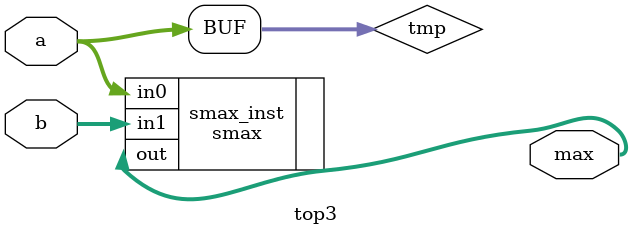
<source format=v>
module top3(
  input [15:0] a,
  input [15:0] b,
  output [15:0] max
);

  wire [15:0] tmp;
  assign tmp = a;

  (* namespace="commonlib" *)
  smax #(.width(16)) smax_inst(
    .in0(tmp),
    .in1(b),
    .out(max)
  );

endmodule

</source>
